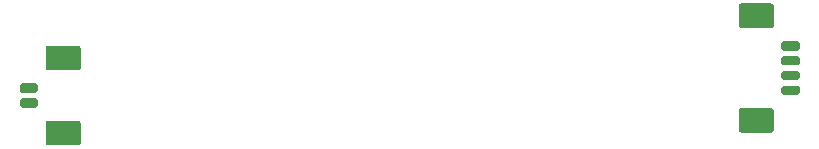
<source format=gbp>
%TF.GenerationSoftware,KiCad,Pcbnew,(5.1.9-0-10_14)*%
%TF.CreationDate,2022-02-18T16:21:06-06:00*%
%TF.ProjectId,OwlSat_Z_Panel,4f776c53-6174-45f5-9a5f-50616e656c2e,rev?*%
%TF.SameCoordinates,Original*%
%TF.FileFunction,Paste,Bot*%
%TF.FilePolarity,Positive*%
%FSLAX46Y46*%
G04 Gerber Fmt 4.6, Leading zero omitted, Abs format (unit mm)*
G04 Created by KiCad (PCBNEW (5.1.9-0-10_14)) date 2022-02-18 16:21:06*
%MOMM*%
%LPD*%
G01*
G04 APERTURE LIST*
G04 APERTURE END LIST*
%TO.C,U3*%
G36*
G01*
X183000000Y-84425000D02*
X181800000Y-84425000D01*
G75*
G02*
X181600000Y-84225000I0J200000D01*
G01*
X181600000Y-83825000D01*
G75*
G02*
X181800000Y-83625000I200000J0D01*
G01*
X183000000Y-83625000D01*
G75*
G02*
X183200000Y-83825000I0J-200000D01*
G01*
X183200000Y-84225000D01*
G75*
G02*
X183000000Y-84425000I-200000J0D01*
G01*
G37*
G36*
G01*
X183000000Y-83175000D02*
X181800000Y-83175000D01*
G75*
G02*
X181600000Y-82975000I0J200000D01*
G01*
X181600000Y-82575000D01*
G75*
G02*
X181800000Y-82375000I200000J0D01*
G01*
X183000000Y-82375000D01*
G75*
G02*
X183200000Y-82575000I0J-200000D01*
G01*
X183200000Y-82975000D01*
G75*
G02*
X183000000Y-83175000I-200000J0D01*
G01*
G37*
G36*
G01*
X183000000Y-81925000D02*
X181800000Y-81925000D01*
G75*
G02*
X181600000Y-81725000I0J200000D01*
G01*
X181600000Y-81325000D01*
G75*
G02*
X181800000Y-81125000I200000J0D01*
G01*
X183000000Y-81125000D01*
G75*
G02*
X183200000Y-81325000I0J-200000D01*
G01*
X183200000Y-81725000D01*
G75*
G02*
X183000000Y-81925000I-200000J0D01*
G01*
G37*
G36*
G01*
X183000000Y-80675000D02*
X181800000Y-80675000D01*
G75*
G02*
X181600000Y-80475000I0J200000D01*
G01*
X181600000Y-80075000D01*
G75*
G02*
X181800000Y-79875000I200000J0D01*
G01*
X183000000Y-79875000D01*
G75*
G02*
X183200000Y-80075000I0J-200000D01*
G01*
X183200000Y-80475000D01*
G75*
G02*
X183000000Y-80675000I-200000J0D01*
G01*
G37*
G36*
G01*
X180750001Y-87625000D02*
X178249999Y-87625000D01*
G75*
G02*
X178000000Y-87375001I0J249999D01*
G01*
X178000000Y-85774999D01*
G75*
G02*
X178249999Y-85525000I249999J0D01*
G01*
X180750001Y-85525000D01*
G75*
G02*
X181000000Y-85774999I0J-249999D01*
G01*
X181000000Y-87375001D01*
G75*
G02*
X180750001Y-87625000I-249999J0D01*
G01*
G37*
G36*
G01*
X180750001Y-78775000D02*
X178249999Y-78775000D01*
G75*
G02*
X178000000Y-78525001I0J249999D01*
G01*
X178000000Y-76924999D01*
G75*
G02*
X178249999Y-76675000I249999J0D01*
G01*
X180750001Y-76675000D01*
G75*
G02*
X181000000Y-76924999I0J-249999D01*
G01*
X181000000Y-78525001D01*
G75*
G02*
X180750001Y-78775000I-249999J0D01*
G01*
G37*
%TD*%
%TO.C,U4*%
G36*
G01*
X117320000Y-83445000D02*
X118520000Y-83445000D01*
G75*
G02*
X118720000Y-83645000I0J-200000D01*
G01*
X118720000Y-84045000D01*
G75*
G02*
X118520000Y-84245000I-200000J0D01*
G01*
X117320000Y-84245000D01*
G75*
G02*
X117120000Y-84045000I0J200000D01*
G01*
X117120000Y-83645000D01*
G75*
G02*
X117320000Y-83445000I200000J0D01*
G01*
G37*
G36*
G01*
X117320000Y-84695000D02*
X118520000Y-84695000D01*
G75*
G02*
X118720000Y-84895000I0J-200000D01*
G01*
X118720000Y-85295000D01*
G75*
G02*
X118520000Y-85495000I-200000J0D01*
G01*
X117320000Y-85495000D01*
G75*
G02*
X117120000Y-85295000I0J200000D01*
G01*
X117120000Y-84895000D01*
G75*
G02*
X117320000Y-84695000I200000J0D01*
G01*
G37*
G36*
G01*
X119570000Y-80245000D02*
X122070000Y-80245000D01*
G75*
G02*
X122320000Y-80495000I0J-250000D01*
G01*
X122320000Y-82095000D01*
G75*
G02*
X122070000Y-82345000I-250000J0D01*
G01*
X119570000Y-82345000D01*
G75*
G02*
X119320000Y-82095000I0J250000D01*
G01*
X119320000Y-80495000D01*
G75*
G02*
X119570000Y-80245000I250000J0D01*
G01*
G37*
G36*
G01*
X119570000Y-86595000D02*
X122070000Y-86595000D01*
G75*
G02*
X122320000Y-86845000I0J-250000D01*
G01*
X122320000Y-88445000D01*
G75*
G02*
X122070000Y-88695000I-250000J0D01*
G01*
X119570000Y-88695000D01*
G75*
G02*
X119320000Y-88445000I0J250000D01*
G01*
X119320000Y-86845000D01*
G75*
G02*
X119570000Y-86595000I250000J0D01*
G01*
G37*
%TD*%
M02*

</source>
